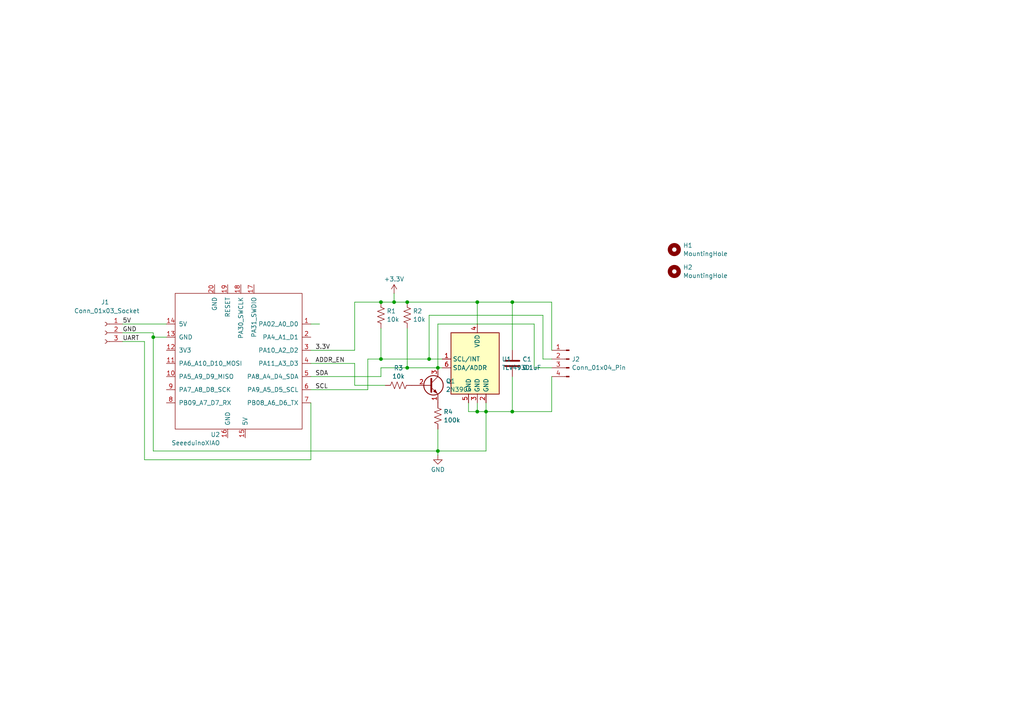
<source format=kicad_sch>
(kicad_sch (version 20231120) (generator "eeschema") (generator_version "8.0")
  (paper "A4")
  (lib_symbols
    (symbol "Connector:Conn_01x03_Socket" (pin_names (offset 1.016) hide)
      (property "Reference" "J" (at 0 5.08 0))
      (property "Value" "Conn_01x03_Socket" (at 0 -5.08 0))
      (symbol "Conn_01x03_Socket_1_1"
        (arc (start 0 -2.032) (mid -0.5058 -2.54) (end 0 -3.048) (stroke (width 0.1524)))
        (polyline (pts (xy -1.27 -2.54) (xy -0.508 -2.54)) (stroke (width 0.1524)))
        (polyline (pts (xy -1.27 0) (xy -0.508 0)) (stroke (width 0.1524)))
        (polyline (pts (xy -1.27 2.54) (xy -0.508 2.54)) (stroke (width 0.1524)))
        (arc (start 0 0.508) (mid -0.5058 0) (end 0 -0.508) (stroke (width 0.1524)))
        (arc (start 0 3.048) (mid -0.5058 2.54) (end 0 2.032) (stroke (width 0.1524)))
        (pin passive line (at -5.08 2.54 0) (length 3.81) (name "Pin_1") (number "1"))
        (pin passive line (at -5.08 0 0) (length 3.81) (name "Pin_2") (number "2"))
        (pin passive line (at -5.08 -2.54 0) (length 3.81) (name "Pin_3") (number "3"))
      )
    )
    (symbol "Connector:Conn_01x04_Pin" (pin_names (offset 1.016) hide)
      (property "Reference" "J" (at 0 5.08 0))
      (property "Value" "Conn_01x04_Pin" (at 0 -7.62 0))
      (symbol "Conn_01x04_Pin_1_1"
        (polyline (pts (xy 1.27 -5.08) (xy 0.8636 -5.08)) (stroke (width 0.1524)))
        (polyline (pts (xy 1.27 -2.54) (xy 0.8636 -2.54)) (stroke (width 0.1524)))
        (polyline (pts (xy 1.27 0) (xy 0.8636 0)) (stroke (width 0.1524)))
        (polyline (pts (xy 1.27 2.54) (xy 0.8636 2.54)) (stroke (width 0.1524)))
        (rectangle (start 0.8636 -4.953) (end 0 -5.207) (stroke (width 0.1524)) (fill (type outline)))
        (rectangle (start 0.8636 -2.413) (end 0 -2.667) (stroke (width 0.1524)) (fill (type outline)))
        (rectangle (start 0.8636 0.127) (end 0 -0.127) (stroke (width 0.1524)) (fill (type outline)))
        (rectangle (start 0.8636 2.667) (end 0 2.413) (stroke (width 0.1524)) (fill (type outline)))
        (pin passive line (at 5.08 2.54 180) (length 3.81) (name "Pin_1") (number "1"))
        (pin passive line (at 5.08 0 180) (length 3.81) (name "Pin_2") (number "2"))
        (pin passive line (at 5.08 -2.54 180) (length 3.81) (name "Pin_3") (number "3"))
        (pin passive line (at 5.08 -5.08 180) (length 3.81) (name "Pin_4") (number "4"))
      )
    )
    (symbol "Device:C" (pin_numbers hide) (pin_names (offset 0.254))
      (property "Reference" "C" (at 0.635 2.54 0))
      (property "Value" "C" (at 0.635 -2.54 0))
      (symbol "C_0_1"
        (polyline (pts (xy -2.032 -0.762) (xy 2.032 -0.762)) (stroke (width 0.508)))
        (polyline (pts (xy -2.032 0.762) (xy 2.032 0.762)) (stroke (width 0.508)))
      )
      (symbol "C_1_1"
        (pin passive line (at 0 3.81 270) (length 2.794) (name "~") (number "1"))
        (pin passive line (at 0 -3.81 90) (length 2.794) (name "~") (number "2"))
      )
    )
    (symbol "Device:R_US" (pin_numbers hide) (pin_names (offset 0))
      (property "Reference" "R" (at 2.54 0 90))
      (property "Value" "R_US" (at -2.54 0 90))
      (symbol "R_US_0_1"
        (polyline (pts (xy 0 -2.286) (xy 0 -2.54)))
        (polyline (pts (xy 0 2.286) (xy 0 2.54)))
        (polyline (pts (xy 0 -0.762) (xy 1.016 -1.143) (xy 0 -1.524) (xy -1.016 -1.905) (xy 0 -2.286)))
        (polyline (pts (xy 0 0.762) (xy 1.016 0.381) (xy 0 0) (xy -1.016 -0.381) (xy 0 -0.762)))
        (polyline (pts (xy 0 2.286) (xy 1.016 1.905) (xy 0 1.524) (xy -1.016 1.143) (xy 0 0.762)))
      )
      (symbol "R_US_1_1"
        (pin passive line (at 0 3.81 270) (length 1.27) (name "~") (number "1"))
        (pin passive line (at 0 -3.81 90) (length 1.27) (name "~") (number "2"))
      )
    )
    (symbol "Mechanical:MountingHole" (pin_names (offset 1.016)) (exclude_from_sim yes) (in_bom no)
      (property "Reference" "H" (at 0 5.08 0))
      (property "Value" "MountingHole" (at 0 3.175 0))
      (symbol "MountingHole_0_1"
        (circle (center 0 0) (radius 1.27) (stroke (width 1.27)))
      )
    )
    (symbol "Seeeduino XIAO:SeeeduinoXIAO" (pin_names (offset 1.016))
      (property "Reference" "U" (at -19.05 22.86 0))
      (property "Value" "SeeeduinoXIAO" (at -12.7 21.59 0))
      (symbol "SeeeduinoXIAO_0_1"
        (rectangle (start -19.05 20.32) (end 17.78 -19.05))
      )
      (symbol "SeeeduinoXIAO_1_1"
        (pin unspecified line (at -21.59 11.43 0) (length 2.54) (name "PA02_A0_D0") (number "1"))
        (pin unspecified line (at 20.32 -3.81 180) (length 2.54) (name "PA5_A9_D9_MISO") (number "10"))
        (pin unspecified line (at 20.32 0 180) (length 2.54) (name "PA6_A10_D10_MOSI") (number "11"))
        (pin unspecified line (at 20.32 3.81 180) (length 2.54) (name "3V3") (number "12"))
        (pin unspecified line (at 20.32 7.62 180) (length 2.54) (name "GND") (number "13"))
        (pin unspecified line (at 20.32 11.43 180) (length 2.54) (name "5V") (number "14"))
        (pin input line (at -2.54 -21.59 90) (length 2.54) (name "5V") (number "15"))
        (pin input line (at 2.54 -21.59 90) (length 2.54) (name "GND") (number "16"))
        (pin input line (at -5.08 22.86 270) (length 2.54) (name "PA31_SWDIO") (number "17"))
        (pin input line (at -1.27 22.86 270) (length 2.54) (name "PA30_SWCLK") (number "18"))
        (pin input line (at 2.54 22.86 270) (length 2.54) (name "RESET") (number "19"))
        (pin unspecified line (at -21.59 7.62 0) (length 2.54) (name "PA4_A1_D1") (number "2"))
        (pin input line (at 6.35 22.86 270) (length 2.54) (name "GND") (number "20"))
        (pin unspecified line (at -21.59 3.81 0) (length 2.54) (name "PA10_A2_D2") (number "3"))
        (pin unspecified line (at -21.59 0 0) (length 2.54) (name "PA11_A3_D3") (number "4"))
        (pin unspecified line (at -21.59 -3.81 0) (length 2.54) (name "PA8_A4_D4_SDA") (number "5"))
        (pin unspecified line (at -21.59 -7.62 0) (length 2.54) (name "PA9_A5_D5_SCL") (number "6"))
        (pin unspecified line (at -21.59 -11.43 0) (length 2.54) (name "PB08_A6_D6_TX") (number "7"))
        (pin unspecified line (at 20.32 -11.43 180) (length 2.54) (name "PB09_A7_D7_RX") (number "8"))
        (pin unspecified line (at 20.32 -7.62 180) (length 2.54) (name "PA7_A8_D8_SCK") (number "9"))
      )
    )
    (symbol "Sensor_Magnetic:TLV493D"
      (property "Reference" "U" (at -6.35 11.43 0))
      (property "Value" "TLV493D" (at 5.08 11.43 0))
      (symbol "TLV493D_0_1"
        (rectangle (start -7.62 10.16) (end 6.35 -7.62) (stroke (width 0.254)) (fill (type background)))
      )
      (symbol "TLV493D_1_1"
        (pin bidirectional line (at -10.16 2.54 0) (length 2.54) (name "SCL/INT") (number "1"))
        (pin power_in line (at 2.54 -10.16 90) (length 2.54) (name "GND") (number "2"))
        (pin power_in line (at 0 -10.16 90) (length 2.54) (name "GND") (number "3"))
        (pin power_in line (at 0 12.7 270) (length 2.54) (name "VDD") (number "4"))
        (pin power_in line (at -2.54 -10.16 90) (length 2.54) (name "GND") (number "5"))
        (pin bidirectional line (at -10.16 0 0) (length 2.54) (name "SDA/ADDR") (number "6"))
      )
    )
    (symbol "Transistor_BJT:2N3904" (pin_names (offset 0) hide)
      (property "Reference" "Q" (at 5.08 1.905 0))
      (property "Value" "2N3904" (at 5.08 0 0))
      (symbol "2N3904_0_1"
        (polyline (pts (xy 0.635 0.635) (xy 2.54 2.54)))
        (polyline (pts (xy 0.635 -0.635) (xy 2.54 -2.54) (xy 2.54 -2.54)))
        (polyline (pts (xy 0.635 1.905) (xy 0.635 -1.905) (xy 0.635 -1.905)) (stroke (width 0.508)))
        (polyline (pts (xy 1.27 -1.778) (xy 1.778 -1.27) (xy 2.286 -2.286) (xy 1.27 -1.778) (xy 1.27 -1.778)) (fill (type outline)))
        (circle (center 1.27 0) (radius 2.8194) (stroke (width 0.254)))
      )
      (symbol "2N3904_1_1"
        (pin passive line (at 2.54 -5.08 90) (length 2.54) (name "E") (number "1"))
        (pin passive line (at -5.08 0 0) (length 5.715) (name "B") (number "2"))
        (pin passive line (at 2.54 5.08 270) (length 2.54) (name "C") (number "3"))
      )
    )
    (symbol "power:+3.3V" (power) (pin_numbers hide) (pin_names (offset 0) hide)
      (property "Value" "+3.3V" (at 0 3.556 0))
      (symbol "+3.3V_0_1"
        (polyline (pts (xy -0.762 1.27) (xy 0 2.54)))
        (polyline (pts (xy 0 0) (xy 0 2.54)))
        (polyline (pts (xy 0 2.54) (xy 0.762 1.27)))
      )
      (symbol "+3.3V_1_1"
        (pin power_in line (at 0 0 90) (length 0) (name "~") (number "1"))
      )
    )
    (symbol "power:GND" (power) (pin_numbers hide) (pin_names (offset 0) hide)
      (property "Value" "GND" (at 0 -3.81 0))
      (symbol "GND_0_1"
        (polyline (pts (xy 0 0) (xy 0 -1.27) (xy 1.27 -1.27) (xy 0 -2.54) (xy -1.27 -1.27) (xy 0 -1.27)))
      )
      (symbol "GND_1_1"
        (pin power_in line (at 0 0 270) (length 0) (name "~") (number "1"))
      )
    )
  )
  (junction (at 118.11 106.68))
  (junction (at 140.97 119.38))
  (junction (at 44.45 97.79))
  (junction (at 110.49 104.14))
  (junction (at 110.49 87.63))
  (junction (at 118.11 87.63))
  (junction (at 148.59 119.38))
  (junction (at 127 106.68))
  (junction (at 148.59 87.63))
  (junction (at 127 130.81))
  (junction (at 138.43 119.38))
  (junction (at 124.46 104.14))
  (junction (at 114.3 87.63))
  (junction (at 138.43 87.63))
  (wire (pts (xy 124.46 104.14) (xy 128.27 104.14)))
  (wire (pts (xy 160.02 101.6) (xy 160.02 87.63)))
  (wire (pts (xy 102.87 111.76) (xy 111.76 111.76)))
  (wire (pts (xy 110.49 106.68) (xy 118.11 106.68)))
  (wire (pts (xy 90.17 105.41) (xy 102.87 105.41)))
  (wire (pts (xy 44.45 97.79) (xy 44.45 130.81)))
  (wire (pts (xy 118.11 106.68) (xy 127 106.68)))
  (wire (pts (xy 138.43 87.63) (xy 148.59 87.63)))
  (wire (pts (xy 118.11 95.25) (xy 118.11 106.68)))
  (wire (pts (xy 140.97 119.38) (xy 148.59 119.38)))
  (wire (pts (xy 41.91 133.35) (xy 90.17 133.35)))
  (wire (pts (xy 157.48 91.44) (xy 157.48 104.14)))
  (wire (pts (xy 44.45 130.81) (xy 127 130.81)))
  (wire (pts (xy 140.97 119.38) (xy 138.43 119.38)))
  (wire (pts (xy 90.17 109.22) (xy 110.49 109.22)))
  (wire (pts (xy 118.11 87.63) (xy 138.43 87.63)))
  (wire (pts (xy 110.49 104.14) (xy 124.46 104.14)))
  (wire (pts (xy 41.91 99.06) (xy 41.91 133.35)))
  (wire (pts (xy 148.59 109.22) (xy 148.59 119.38)))
  (wire (pts (xy 127 106.68) (xy 127 93.98)))
  (wire (pts (xy 160.02 109.22) (xy 160.02 119.38)))
  (wire (pts (xy 127 130.81) (xy 140.97 130.81)))
  (wire (pts (xy 90.17 93.98) (xy 92.71 93.98)))
  (wire (pts (xy 148.59 87.63) (xy 148.59 101.6)))
  (wire (pts (xy 110.49 87.63) (xy 114.3 87.63)))
  (wire (pts (xy 110.49 95.25) (xy 110.49 104.14)))
  (wire (pts (xy 127 106.68) (xy 128.27 106.68)))
  (wire (pts (xy 138.43 119.38) (xy 135.89 119.38)))
  (wire (pts (xy 106.68 113.03) (xy 90.17 113.03)))
  (wire (pts (xy 102.87 87.63) (xy 110.49 87.63)))
  (wire (pts (xy 127 124.46) (xy 127 130.81)))
  (wire (pts (xy 154.94 106.68) (xy 160.02 106.68)))
  (wire (pts (xy 106.68 104.14) (xy 106.68 113.03)))
  (wire (pts (xy 106.68 104.14) (xy 110.49 104.14)))
  (wire (pts (xy 154.94 93.98) (xy 154.94 106.68)))
  (wire (pts (xy 114.3 85.09) (xy 114.3 87.63)))
  (wire (pts (xy 138.43 87.63) (xy 138.43 93.98)))
  (wire (pts (xy 44.45 96.52) (xy 44.45 97.79)))
  (wire (pts (xy 90.17 101.6) (xy 102.87 101.6)))
  (wire (pts (xy 124.46 91.44) (xy 157.48 91.44)))
  (wire (pts (xy 90.17 116.84) (xy 90.17 133.35)))
  (wire (pts (xy 35.56 96.52) (xy 44.45 96.52)))
  (wire (pts (xy 110.49 109.22) (xy 110.49 106.68)))
  (wire (pts (xy 148.59 119.38) (xy 160.02 119.38)))
  (wire (pts (xy 124.46 104.14) (xy 124.46 91.44)))
  (wire (pts (xy 140.97 119.38) (xy 140.97 116.84)))
  (wire (pts (xy 127 93.98) (xy 154.94 93.98)))
  (wire (pts (xy 135.89 119.38) (xy 135.89 116.84)))
  (wire (pts (xy 114.3 87.63) (xy 118.11 87.63)))
  (wire (pts (xy 35.56 93.98) (xy 48.26 93.98)))
  (wire (pts (xy 44.45 97.79) (xy 48.26 97.79)))
  (wire (pts (xy 102.87 101.6) (xy 102.87 87.63)))
  (wire (pts (xy 127 132.08) (xy 127 130.81)))
  (wire (pts (xy 157.48 104.14) (xy 160.02 104.14)))
  (wire (pts (xy 140.97 130.81) (xy 140.97 119.38)))
  (wire (pts (xy 148.59 87.63) (xy 160.02 87.63)))
  (wire (pts (xy 138.43 119.38) (xy 138.43 116.84)))
  (wire (pts (xy 41.91 99.06) (xy 35.56 99.06)))
  (wire (pts (xy 102.87 105.41) (xy 102.87 111.76)))
  (label "GND" (at 35.56 96.52 0))
  (label "ADDR_EN" (at 91.44 105.41 0))
  (label "5V" (at 35.56 93.98 0))
  (label "SCL" (at 91.44 113.03 0))
  (label "UART" (at 35.56 99.06 0))
  (label "SDA" (at 91.44 109.22 0))
  (label "3.3V" (at 91.44 101.6 0))
  (symbol (lib_id "power:GND") (at 127 132.08 0) (unit 1)
    (property "Reference" "#PWR01" (effects (hide yes)))
    (property "Value" "GND" (at 127 136.2131 0))
    (property "Description" "Power symbol creates a global label with name \"GND\" , ground" (effects (hide yes)))
  )
  (symbol (lib_id "Device:R_US") (at 127 120.65 0) (unit 1)
    (property "Reference" "R4" (at 128.651 119.4378 0) (effects (justify left)))
    (property "Value" "100k" (at 128.651 121.8621 0) (effects (justify left)))
    (property "Footprint" "Resistor_SMD:R_0603_1608Metric" (effects (hide yes)))
    (property "Description" "Resistor, US symbol" (effects (hide yes)))
  )
  (symbol (lib_id "Device:R_US") (at 118.11 91.44 0) (unit 1)
    (property "Reference" "R2" (at 119.761 90.2278 0) (effects (justify left)))
    (property "Value" "10k" (at 119.761 92.6521 0) (effects (justify left)))
    (property "Footprint" "Resistor_SMD:R_0603_1608Metric" (effects (hide yes)))
    (property "Description" "Resistor, US symbol" (effects (hide yes)))
  )
  (symbol (lib_id "Mechanical:MountingHole") (at 195.58 72.39 0) (unit 1) (exclude_from_sim yes) (in_bom no)
    (property "Reference" "H1" (at 198.12 71.1778 0) (effects (justify left)))
    (property "Value" "MountingHole" (at 198.12 73.6021 0) (effects (justify left)))
    (property "Footprint" "MountingHole:MountingHole_2mm" (effects (hide yes)))
    (property "Description" "Mounting Hole without connection" (effects (hide yes)))
  )
  (symbol (lib_id "Seeeduino XIAO:SeeeduinoXIAO") (at 68.58 105.41 0) (mirror y) (unit 1)
    (property "Reference" "U2" (at 63.8459 126.0531 0) (effects (justify left)))
    (property "Value" "SeeeduinoXIAO" (at 63.8459 128.4774 0) (effects (justify left)))
    (property "Footprint" "Seeeduino XIAO KICAD:Seeeduino XIAO-MOUDLE14P-2.54-21X17.8MM" (effects (hide yes)))
  )
  (symbol (lib_id "Mechanical:MountingHole") (at 195.58 78.74 0) (unit 1) (exclude_from_sim yes) (in_bom no)
    (property "Reference" "H2" (at 198.12 77.5278 0) (effects (justify left)))
    (property "Value" "MountingHole" (at 198.12 79.9521 0) (effects (justify left)))
    (property "Footprint" "MountingHole:MountingHole_2mm" (effects (hide yes)))
    (property "Description" "Mounting Hole without connection" (effects (hide yes)))
  )
  (symbol (lib_id "Device:R_US") (at 115.57 111.76 270) (unit 1)
    (property "Reference" "R3" (at 115.57 106.7265 90))
    (property "Value" "10k" (at 115.57 109.1508 90))
    (property "Footprint" "Resistor_SMD:R_0603_1608Metric" (effects (hide yes)))
    (property "Description" "Resistor, US symbol" (effects (hide yes)))
  )
  (symbol (lib_id "Sensor_Magnetic:TLV493D") (at 138.43 106.68 0) (unit 1)
    (property "Reference" "U1" (at 145.542 104.1978 0) (effects (justify left)))
    (property "Value" "TLV493D" (at 145.542 106.6221 0) (effects (justify left)))
    (property "Footprint" "Package_TO_SOT_SMD:SOT-23-6" (effects (hide yes)))
    (property "Datasheet" "http://www.infineon.com/dgdl/Infineon-TLV493D-A1B6-DS-v01_00-EN.pdf?fileId=5546d462525dbac40152a6b85c760e80" (effects (hide yes)))
    (property "Description" "Low power 3D magnetic sensor, I2C interface, SOT-23-6" (effects (hide yes)))
  )
  (symbol (lib_id "Transistor_BJT:2N3904") (at 124.46 111.76 0) (unit 1)
    (property "Reference" "Q1" (at 129.3114 110.5478 0) (effects (justify left)))
    (property "Value" "2N3904" (at 129.3114 112.9721 0) (effects (justify left)))
    (property "Footprint" "Package_TO_SOT_SMD:SOT-23" (effects (hide yes)))
    (property "Datasheet" "https://www.onsemi.com/pub/Collateral/2N3903-D.PDF" (effects (hide yes)))
    (property "Description" "0.2A Ic, 40V Vce, Small Signal NPN Transistor, TO-92" (effects (hide yes)))
  )
  (symbol (lib_id "Connector:Conn_01x03_Socket") (at 30.48 96.52 0) (mirror y) (unit 1)
    (property "Reference" "J1" (at 30.48 87.63 0))
    (property "Value" "Conn_01x03_Socket" (at 30.988 90.17 0))
    (property "Footprint" "Connector_PinHeader_2.54mm:PinHeader_1x03_P2.54mm_Vertical" (effects (hide yes)))
    (property "Description" "Generic connector, single row, 01x03, script generated" (effects (hide yes)))
  )
  (symbol (lib_id "Device:R_US") (at 110.49 91.44 0) (unit 1)
    (property "Reference" "R1" (at 112.141 90.2278 0) (effects (justify left)))
    (property "Value" "10k" (at 112.141 92.6521 0) (effects (justify left)))
    (property "Footprint" "Resistor_SMD:R_0603_1608Metric" (effects (hide yes)))
    (property "Description" "Resistor, US symbol" (effects (hide yes)))
  )
  (symbol (lib_id "Connector:Conn_01x04_Pin") (at 165.1 104.14 0) (mirror y) (unit 1)
    (property "Reference" "J2" (at 165.8112 104.1978 0) (effects (justify right)))
    (property "Value" "Conn_01x04_Pin" (at 165.8112 106.6221 0) (effects (justify right)))
    (property "Footprint" "Connector_PinHeader_2.54mm:PinHeader_1x04_P2.54mm_Vertical" (effects (hide yes)))
    (property "Description" "Generic connector, single row, 01x04, script generated" (effects (hide yes)))
  )
  (symbol (lib_id "power:+3.3V") (at 114.3 85.09 0) (unit 1)
    (property "Reference" "#PWR02" (effects (hide yes)))
    (property "Value" "+3.3V" (at 114.3 80.9569 0))
    (property "Description" "Power symbol creates a global label with name \"+3.3V\"" (effects (hide yes)))
  )
  (symbol (lib_id "Device:C") (at 148.59 105.41 0) (unit 1)
    (property "Reference" "C1" (at 151.511 104.1978 0) (effects (justify left)))
    (property "Value" "0.1uF" (at 151.511 106.6221 0) (effects (justify left)))
    (property "Footprint" "Capacitor_SMD:C_0603_1608Metric" (effects (hide yes)))
    (property "Description" "Unpolarized capacitor" (effects (hide yes)))
  )
)
</source>
